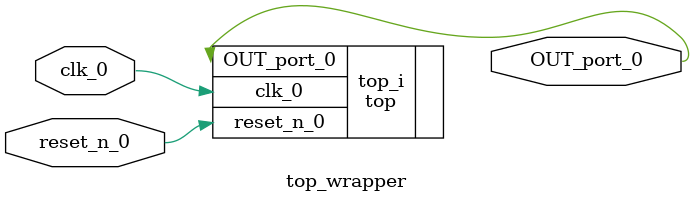
<source format=v>
`timescale 1 ps / 1 ps

module top_wrapper
   (OUT_port_0,
    clk_0,
    reset_n_0);
  output OUT_port_0;
  input clk_0;
  input reset_n_0;

  wire OUT_port_0;
  wire clk_0;
  wire reset_n_0;

  top top_i
       (.OUT_port_0(OUT_port_0),
        .clk_0(clk_0),
        .reset_n_0(reset_n_0));
endmodule

</source>
